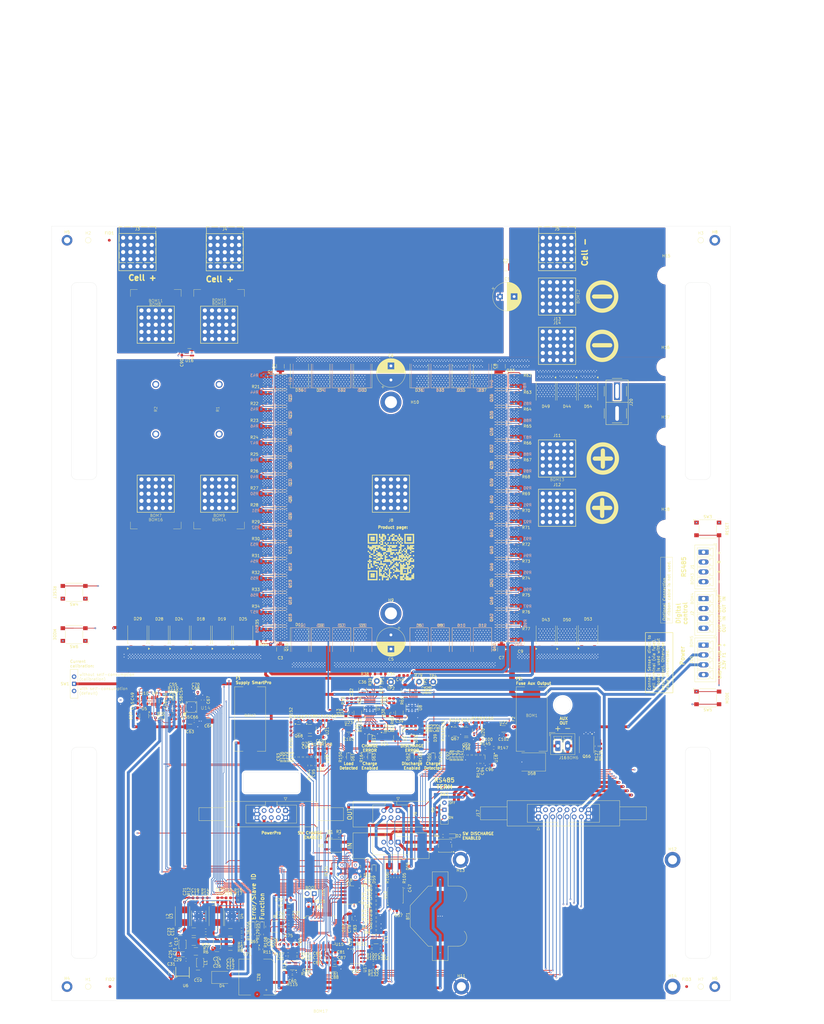
<source format=kicad_pcb>
(kicad_pcb
	(version 20241229)
	(generator "pcbnew")
	(generator_version "9.0")
	(general
		(thickness 1.74)
		(legacy_teardrops no)
	)
	(paper "A2" portrait)
	(layers
		(0 "F.Cu" signal)
		(4 "In1.Cu" signal)
		(6 "In2.Cu" signal)
		(8 "In3.Cu" signal)
		(10 "In4.Cu" signal)
		(2 "B.Cu" signal)
		(9 "F.Adhes" user "F.Adhesive")
		(11 "B.Adhes" user "B.Adhesive")
		(13 "F.Paste" user)
		(15 "B.Paste" user)
		(5 "F.SilkS" user "F.Silkscreen")
		(7 "B.SilkS" user "B.Silkscreen")
		(1 "F.Mask" user)
		(3 "B.Mask" user)
		(17 "Dwgs.User" user "User.Drawings")
		(19 "Cmts.User" user "User.Comments")
		(21 "Eco1.User" user "User.Eco1")
		(23 "Eco2.User" user "User.Eco2")
		(25 "Edge.Cuts" user)
		(27 "Margin" user)
		(31 "F.CrtYd" user "F.Courtyard")
		(29 "B.CrtYd" user "B.Courtyard")
		(35 "F.Fab" user)
		(33 "B.Fab" user)
		(39 "User.1" user)
		(41 "User.2" user "User.2 -Bemaßung")
		(43 "User.3" user "User.3 - Heatsink")
		(45 "User.4" user)
		(47 "User.5" user)
		(49 "User.6" user)
		(51 "User.7" user)
		(53 "User.8" user)
		(55 "User.9" user)
	)
	(setup
		(stackup
			(layer "F.SilkS"
				(type "Top Silk Screen")
			)
			(layer "F.Paste"
				(type "Top Solder Paste")
			)
			(layer "F.Mask"
				(type "Top Solder Mask")
				(color "Red")
				(thickness 0.01)
			)
			(layer "F.Cu"
				(type "copper")
				(thickness 0.07)
			)
			(layer "dielectric 1"
				(type "prepreg")
				(thickness 0.1)
				(material "FR4")
				(epsilon_r 4.5)
				(loss_tangent 0.02)
			)
			(layer "In1.Cu"
				(type "copper")
				(thickness 0.07)
			)
			(layer "dielectric 2"
				(type "core")
				(thickness 0.535)
				(material "FR4")
				(epsilon_r 4.5)
				(loss_tangent 0.02)
			)
			(layer "In2.Cu"
				(type "copper")
				(thickness 0.07)
			)
			(layer "dielectric 3"
				(type "prepreg")
				(thickness 0.1)
				(material "FR4")
				(epsilon_r 4.5)
				(loss_tangent 0.02)
			)
			(layer "In3.Cu"
				(type "copper")
				(thickness 0.035)
			)
			(layer "dielectric 4"
				(type "core")
				(thickness 0.535)
				(material "FR4")
				(epsilon_r 4.5)
				(loss_tangent 0.02)
			)
			(layer "In4.Cu"
				(type "copper")
				(thickness 0.035)
			)
			(layer "dielectric 5"
				(type "prepreg")
				(thickness 0.1)
				(material "FR4")
				(epsilon_r 4.5)
				(loss_tangent 0.02)
			)
			(layer "B.Cu"
				(type "copper")
				(thickness 0.07)
			)
			(layer "B.Mask"
				(type "Bottom Solder Mask")
				(color "Red")
				(thickness 0.01)
			)
			(layer "B.Paste"
				(type "Bottom Solder Paste")
			)
			(layer "B.SilkS"
				(type "Bottom Silk Screen")
			)
			(copper_finish "None")
			(dielectric_constraints no)
		)
		(pad_to_mask_clearance 0)
		(allow_soldermask_bridges_in_footprints no)
		(tenting front back)
		(aux_axis_origin 52.5 395)
		(grid_origin 173 120)
		(pcbplotparams
			(layerselection 0x00000000_00000000_55555555_5755f5ff)
			(plot_on_all_layers_selection 0x00000000_00000000_00000000_00000000)
			(disableapertmacros no)
			(usegerberextensions no)
			(usegerberattributes yes)
			(usegerberadvancedattributes yes)
			(creategerberjobfile yes)
			(dashed_line_dash_ratio 12.000000)
			(dashed_line_gap_ratio 3.000000)
			(svgprecision 4)
			(plotframeref no)
			(mode 1)
			(useauxorigin no)
			(hpglpennumber 1)
			(hpglpenspeed 20)
			(hpglpendiameter 15.000000)
			(pdf_front_fp_property_popups yes)
			(pdf_back_fp_property_popups yes)
			(pdf_metadata yes)
			(pdf_single_document no)
			(dxfpolygonmode yes)
			(dxfimperialunits yes)
			(dxfusepcbnewfont yes)
			(psnegative no)
			(psa4output no)
			(plot_black_and_white yes)
			(sketchpadsonfab no)
			(plotpadnumbers no)
			(hidednponfab no)
			(sketchdnponfab yes)
			(crossoutdnponfab yes)
			(subtractmaskfromsilk no)
			(outputformat 1)
			(mirror no)
			(drillshape 1)
			(scaleselection 1)
			(outputdirectory "")
		)
	)
	(net 0 "")
	(net 1 "Net-(D1-K)")
	(net 2 "GND")
	(net 3 "Net-(D2-K)")
	(net 4 "VCC")
	(net 5 "Net-(D1-A)")
	(net 6 "BAT+CONTROLED")
	(net 7 "5V5")
	(net 8 "5V0")
	(net 9 "VREF")
	(net 10 "/greenMeter/ISENSE_FAST+")
	(net 11 "/greenMeter/ISENSE_PREZ+")
	(net 12 "/greenMeter/ISENSE_PREZ-")
	(net 13 "Net-(Q4-G)")
	(net 14 "/greenMeter/ISENSE_FAST-")
	(net 15 "Net-(Q5-G)")
	(net 16 "Net-(Q6-G)")
	(net 17 "Net-(Q7-G)")
	(net 18 "Net-(Q8-G)")
	(net 19 "/greenMeter/SPI1_MOSI")
	(net 20 "/greenMeter/ADC_START")
	(net 21 "/greenMeter/SPI1_MISO")
	(net 22 "/greenMeter/ADC_DRDY")
	(net 23 "/greenMeter/ADC_RESET")
	(net 24 "/greenMeter/ADC_CS")
	(net 25 "/greenMeter/SPI1_SCK")
	(net 26 "/OVP_IN")
	(net 27 "/chargeControl/SNS+")
	(net 28 "/chargeControl/SNS-")
	(net 29 "/LVP_IN")
	(net 30 "/OVP_OUT")
	(net 31 "/LVP_OUT")
	(net 32 "Net-(Q1-G)")
	(net 33 "Net-(Q2-G)")
	(net 34 "Net-(Q3-G)")
	(net 35 "/greenMeter/CHARGE_ENABLED")
	(net 36 "/greenMeter/DISCHARGE_ENABLED")
	(net 37 "/greenMeter/AUX_EN")
	(net 38 "/greenMeter/ISENSE+")
	(net 39 "/greenMeter/ISENSE-")
	(net 40 "/greenMeter/SWCLK")
	(net 41 "/switchControl/CHG_DETECTED")
	(net 42 "/switchControl/LOAD_DETECTED")
	(net 43 "/greenMeter/USENSE_SHUNT_BUF")
	(net 44 "/greenMeter/USENSE+_BUF")
	(net 45 "/greenMeter/SWDIO")
	(net 46 "/CHARGE_CONTROL")
	(net 47 "Net-(Q22-G)")
	(net 48 "Net-(Q13-G)")
	(net 49 "Net-(Q14-G)")
	(net 50 "Net-(Q15-G)")
	(net 51 "Net-(Q16-G)")
	(net 52 "/BUS_+5V")
	(net 53 "Net-(U4-BST)")
	(net 54 "Net-(U4-SW)")
	(net 55 "Net-(U4-FB)")
	(net 56 "Net-(U7-SNS-)")
	(net 57 "Net-(U7-TIMER)")
	(net 58 "Net-(U8-SNS-)")
	(net 59 "Net-(U8-TIMER)")
	(net 60 "/greenMeter/BTN_MODE")
	(net 61 "Net-(D2-A)")
	(net 62 "/BUS_GND")
	(net 63 "/BUS_B")
	(net 64 "/BUS_A")
	(net 65 "/chargeControl/vcc_int")
	(net 66 "/dischargeControl/vcc_int")
	(net 67 "Net-(Q9-G)")
	(net 68 "Net-(Q10-G)")
	(net 69 "Net-(Q11-G)")
	(net 70 "Net-(Q12-G)")
	(net 71 "Net-(U4-EN{slash}UVLO)")
	(net 72 "Net-(U4-RON)")
	(net 73 "Net-(U7-ISET)")
	(net 74 "Net-(U7-TGUP)")
	(net 75 "Net-(U7-VCCUV)")
	(net 76 "Net-(U8-ISET)")
	(net 77 "Net-(U8-TGUP)")
	(net 78 "Net-(U8-VCCUV)")
	(net 79 "Net-(C75-Pad2)")
	(net 80 "Net-(U7-IMON)")
	(net 81 "Net-(U8-IMON)")
	(net 82 "/LOAD_CONTROL")
	(net 83 "/chargeControl/SWITCH_OUT")
	(net 84 "/chargeControl/BST")
	(net 85 "/dischargeControl/BST")
	(net 86 "/U_SENSE+")
	(net 87 "/greenMeter/LVP_SENSE_DIV")
	(net 88 "/greenMeter/OVP_SENSE_DIV")
	(net 89 "/B+Terminal")
	(net 90 "Net-(BZ1--)")
	(net 91 "/greenMeter/Buzzer")
	(net 92 "/chargeControl/~{Fault}")
	(net 93 "/dischargeControl/~{Fault}")
	(net 94 "unconnected-(H5-Pad1)")
	(net 95 "unconnected-(H9-Pad1)")
	(net 96 "~{OC_FAULT}")
	(net 97 "/p_good")
	(net 98 "Net-(U7-VIN)")
	(net 99 "Net-(U8-VIN)")
	(net 100 "Net-(Q24-G)")
	(net 101 "Net-(Q25-G)")
	(net 102 "Net-(Q26-G)")
	(net 103 "Net-(Q27-G)")
	(net 104 "Net-(Q28-G)")
	(net 105 "Net-(Q29-G)")
	(net 106 "Net-(Q30-G)")
	(net 107 "Net-(Q31-G)")
	(net 108 "Net-(Q32-G)")
	(net 109 "Net-(Q33-G)")
	(net 110 "Net-(Q34-G)")
	(net 111 "Net-(Q35-G)")
	(net 112 "Net-(Q36-G)")
	(net 113 "Net-(Q37-G)")
	(net 114 "Net-(Q38-G)")
	(net 115 "Net-(Q39-G)")
	(net 116 "SWITCH_IN")
	(net 117 "Net-(Q40-G)")
	(net 118 "Net-(Q41-G)")
	(net 119 "Net-(Q42-G)")
	(net 120 "Net-(Q43-G)")
	(net 121 "Net-(Q44-G)")
	(net 122 "Net-(Q45-G)")
	(net 123 "Net-(Q46-G)")
	(net 124 "Net-(Q47-G)")
	(net 125 "Net-(Q48-G)")
	(net 126 "Net-(Q49-G)")
	(net 127 "Net-(Q50-G)")
	(net 128 "Net-(Q51-G)")
	(net 129 "Net-(Q52-G)")
	(net 130 "Net-(Q53-G)")
	(net 131 "Net-(Q54-G)")
	(net 132 "Net-(Q55-G)")
	(net 133 "Net-(Q56-G)")
	(net 134 "Net-(Q57-G)")
	(net 135 "Net-(Q58-G)")
	(net 136 "Net-(Q59-G)")
	(net 137 "Net-(Q60-G)")
	(net 138 "Net-(Q61-G)")
	(net 139 "Net-(Q62-G)")
	(net 140 "Net-(Q63-G)")
	(net 141 "Net-(Q64-G)")
	(net 142 "Net-(Q66-G)")
	(net 143 "/chargeControl/vg")
	(net 144 "/dischargeControl/vg")
	(net 145 "unconnected-(H10-Pad1)")
	(net 146 "/greenMeter/USENSE_SHUNT_BUF-")
	(net 147 "/greenMeter/USENSE-_BUF")
	(net 148 "Net-(BT1-+)")
	(net 149 "/greenMeter/R1")
	(net 150 "/greenMeter/R2")
	(net 151 "Net-(D4-K)")
	(net 152 "Net-(U3-VIN)")
	(net 153 "Net-(U3-BST)")
	(net 154 "Net-(U3-SW)")
	(net 155 "Net-(C19-Pad1)")
	(net 156 "Net-(U3-FB)")
	(net 157 "Net-(C20-Pad1)")
	(net 158 "Net-(C21-Pad2)")
	(net 159 "Net-(C22-Pad2)")
	(net 160 "Net-(U5-FILTER)")
	(net 161 "Net-(U6-SS)")
	(net 162 "Net-(C34-Pad1)")
	(net 163 "Net-(C40-Pad1)")
	(net 164 "Net-(U11-+IN)")
	(net 165 "Net-(U13-+IN)")
	(net 166 "Net-(U14-REFOUT)")
	(net 167 "Net-(U14-CAPN)")
	(net 168 "Net-(U14-CAPP)")
	(net 169 "Net-(U14-BYPASS)")
	(net 170 "Net-(U15-PF0)")
	(net 171 "Net-(U19-+)")
	(net 172 "Net-(U15-PC14)")
	(net 173 "Net-(U15-PC15)")
	(net 174 "Net-(U15-VDDA)")
	(net 175 "Net-(U15-PB1)")
	(net 176 "Net-(D58-A1)")
	(net 177 "Net-(U18-+)")
	(net 178 "Net-(U18--)")
	(net 179 "Net-(Q69-C)")
	(net 180 "Net-(Q70-C)")
	(net 181 "Net-(D13-K)")
	(net 182 "Net-(D38-K)")
	(net 183 "Net-(D56-A)")
	(net 184 "Net-(D57-A)")
	(net 185 "Net-(D63-A)")
	(net 186 "Net-(D59-A)")
	(net 187 "Net-(D60-A)")
	(net 188 "Net-(D61-A)")
	(net 189 "Net-(SW1-B)")
	(net 190 "Net-(J16-2)")
	(net 191 "unconnected-(H4-Pad1)")
	(net 192 "unconnected-(H6-Pad1)")
	(net 193 "unconnected-(H8-Pad1)")
	(net 194 "unconnected-(J9-Pin_7-Pad7)")
	(net 195 "Net-(J15-Pin_1)")
	(net 196 "Net-(Q17-G)")
	(net 197 "Net-(Q19-G)")
	(net 198 "Net-(Q20-G)")
	(net 199 "Net-(Q21-G)")
	(net 200 "Net-(Q23-G)")
	(net 201 "Net-(Q65-B)")
	(net 202 "Net-(Q67-C)")
	(net 203 "Net-(Q67-B)")
	(net 204 "Net-(Q68-B)")
	(net 205 "Net-(Q68-C)")
	(net 206 "Net-(SW2-B)")
	(net 207 "Net-(U3-EN{slash}UVLO)")
	(net 208 "Net-(U3-RON)")
	(net 209 "Net-(U12-A)")
	(net 210 "Net-(U12-B)")
	(net 211 "Net-(U15-PF1)")
	(net 212 "Net-(U15-PA4)")
	(net 213 "unconnected-(J18-RX2+-PadA11)")
	(net 214 "Net-(J18-VBUS-PadA4)")
	(net 215 "Net-(U19--)")
	(net 216 "Net-(U20--)")
	(net 217 "unconnected-(SW2-A-Pad3)")
	(net 218 "unconnected-(U14-NC-7-Pad25)")
	(net 219 "unconnected-(U14-NC-6-Pad24)")
	(net 220 "unconnected-(U14-NC-8-Pad26)")
	(net 221 "unconnected-(U14-NC-3-Pad21)")
	(net 222 "unconnected-(U14-NC-4-Pad22)")
	(net 223 "unconnected-(U14-NC-9-Pad27)")
	(net 224 "unconnected-(U14-NC-2-Pad20)")
	(net 225 "unconnected-(U14-NC-1-Pad19)")
	(net 226 "unconnected-(U14-NC-5-Pad23)")
	(net 227 "unconnected-(U15-PB0-Pad24)")
	(net 228 "unconnected-(J18-SBU1-PadA8)")
	(net 229 "Net-(U20-Pad1)")
	(net 230 "Net-(U15-PA5)")
	(net 231 "unconnected-(U15-PB2-Pad26)")
	(net 232 "COM")
	(net 233 "/greenMeter/RS485_R_USART2")
	(net 234 "/greenMeter/RS485_D_USART2")
	(net 235 "/greenMeter/RS485_R_USART1")
	(net 236 "/greenMeter/RS485_D_USART1")
	(net 237 "Net-(D62-A)")
	(net 238 "/greenMeter/D+")
	(net 239 "unconnected-(J18-TX2+-PadB2)")
	(net 240 "/greenMeter/D-")
	(net 241 "unconnected-(J18-TX2--PadB3)")
	(net 242 "unconnected-(J18-TX1+-PadA2)")
	(net 243 "unconnected-(J18-RX2--PadA10)")
	(net 244 "Net-(J18-CC1)")
	(net 245 "unconnected-(J18-SHIELD-PadS1)")
	(net 246 "unconnected-(J18-RX1+-PadB11)")
	(net 247 "unconnected-(J18-TX1--PadA3)")
	(net 248 "Net-(J18-CC2)")
	(net 249 "unconnected-(J18-SHIELD-PadS1)_1")
	(net 250 "unconnected-(J18-RX1--PadB10)")
	(net 251 "unconnected-(J18-SHIELD-PadS1)_2")
	(net 252 "unconnected-(J18-SHIELD-PadS1)_3")
	(net 253 "unconnected-(J18-SBU2-PadB8)")
	(net 254 "Net-(R145-Pad1)")
	(net 255 "Net-(R146-Pad1)")
	(net 256 "Net-(U21--)")
	(net 257 "/greenMeter/I2C4_SDA")
	(net 258 "/greenMeter/FDCAN3_RX")
	(net 259 "/greenMeter/I2C4_SCL")
	(net 260 "/greenMeter/FDCAN3_TX")
	(net 261 "/greenMeter/I2C3_SDA")
	(net 262 "/greenMeter/I2C3_SCL")
	(net 263 "/greenMeter/ADC3_IN5_RESERVED")
	(net 264 "/greenMeter/FDCAN2_TX")
	(net 265 "/greenMeter/FDCAN2_RX")
	(net 266 "PS_IN")
	(net 267 "Net-(U21-Pad1)")
	(net 268 "Net-(U13--IN)")
	(net 269 "Net-(U11--IN)")
	(net 270 "unconnected-(D14-NC-Pad2)")
	(net 271 "Net-(D17-K)")
	(net 272 "unconnected-(D39-NC-Pad2)")
	(net 273 "Net-(D42-K)")
	(net 274 "Net-(Q18-G)")
	(footprint "Connector_Pin:Pin_D1.0mm_L10.0mm" (layer "F.Cu") (at 168 281.5))
	(footprint "MountingHole:MountingHole_4.3mm_M4_DIN965_Pad" (layer "F.Cu") (at 173 257.5))
	(footprint "MountingHole:MountingHole_6mm" (layer "F.Cu") (at 270.5 170))
	(footprint "Diode_SMD:D_SMC" (layer "F.Cu") (at 205.5 172.5 90))
	(footprint "Resistor_SMD:R_0603_1608Metric" (layer "F.Cu") (at 195.75 297 180))
	(footprint "Capacitor_SMD:C_0603_1608Metric" (layer "F.Cu") (at 144.5 361.75 180))
	(footprint "Connector_PinHeader_1.27mm:PinHeader_2x05_P1.27mm_Vertical_SMD" (layer "F.Cu") (at 158 357.5 180))
	(footprint "Capacitor_SMD:C_1210_3225Metric" (layer "F.Cu") (at 162.875 284.625 -90))
	(footprint "Resistor_SMD:R_0603_1608Metric" (layer "F.Cu") (at 145.5 308.5 90))
	(footprint "Resistor_SMD:R_0603_1608Metric" (layer "F.Cu") (at 139.6625 380 180))
	(footprint "Resistor_SMD:R_0603_1608Metric" (layer "F.Cu") (at 133.5 374.25 90))
	(footprint "myQR:qr_SmartPro209" (layer "F.Cu") (at 173 237.5))
	(footprint "Resistor_SMD:R_0603_1608Metric"
		(layer "F.Cu")
		(uuid "09c52b29-4f44-4577-922c-3f288c2dfe98")
		(at 127.75 213)
		(descr "Resistor SMD 0603 (1608 Metric), square (rectangular) end terminal, IPC_7351 nominal, (Body size source: IPC-SM-782 page 72, https://www.pcb-3d.com/wordpress/wp-content/uploads/ipc-sm-782a_amendment_1_and_2.pdf), generated with kicad-footprint-generator")
		(tags "resistor")
		(property "Reference" "R27"
			(at -3.25 0 0)
			(layer "F.SilkS")
			(uuid "69e03b5b-6c23-4a8e-8b42-e19495bec3b7")
			(effects
				(font
					(size 1 1)
					(thickness 0.15)
				)
			)
		)
		(property "Value" "120R"
			(at 0 1.43 0)
			(layer "F.Fab")
			(uuid "857f9374-d22c-4a2b-9484-844e886af798")
			(effects
				(font
					(size 1 1)
					(thickness 0.15)
				)
			)
		)
		(property "Datasheet" ""
			(at 0 0 0)
			(unlocked yes)
			(layer "F.Fab")
			(hide yes)
			(uuid "f90b3ade-b3af-46bf-a76a-74ab34c7d35f")
			(effects
				(font
					(size 1.27 1.27)
					(thickness 0.15)
				)
			)
		)
		(property "Description" "120R0 0,1W 1% 0603 SMD"
			(at 0 0 0)
			(unlocked yes)
			(layer "F.Fab")
			(hide yes)
			(uuid "41cacd70-c0cc-416a-9eae-1077fdc2582c")
			(effects
				(font
					(size 1.27 1.27)
					(thickness 0.15)
				)
			)
		)
		(property "ECS Art#" "R175"
			(at 0 0 0)
			(unlocked yes)
			(layer "F.Fab")
			(hide yes)
			(uuid "4eb133c8-305e-482c-869e-b0d14e7c96f0")
			(effects
				(font
					(size 1 1)
					(thickness 0.15)
				)
			)
		)
		(property "HAN" "RC0603FR-07120RL"
			(at 0 0 0)
			(unlocked yes)
			(layer "F.Fab")
			(hide yes)
			(uuid "e642e996-3bf5-452d-8156-3bd99a934d27")
			(effects
				(font
					(size 1 1)
					(thickness 0.15)
				)
			)
		)
		(property "Hersteller" "YAGEO"
			(at 0 0 0)
			(unlocked yes)
			(layer "F.Fab")
			(hide yes)
			(uuid "7a769d25-8087-4af6-90d3-e9e406fbcaa6")
			(effects
				(font
					(size 1 1)
					(thickness 0.15)
				)
			)
		)
		(property "Field-1" ""
			(at 0 0 0)
			(unlocked yes)
			(layer "F.Fab")
			(hide yes)
			(uuid "19ebe7a1-2b2a-4af5-a524-cb37e88298e9")
			(effects
				(font
					(size 1 1)
					(thickness 0.15)
				)
			)
		)
		(property "Sim.Device" ""
			(at 0 0 0)
			(unlocked yes)
			(layer "F.Fab")
			(hide yes)
			(uuid "402fb42d-c2f8-4153-afc3-d4fd4ca21387")
			(effects
				(font
					(size 1 1)
					(thickness 0.15)
				)
			)
		)
		(property "Sim.Pins" ""
			(at 0 0 0)
			(unlocked yes)
			(layer "F.Fab")
			(hide yes)
			(uuid "7289c1a5-3a19-4df6-ad1b-d2bab7a197ca")
			(effects
				(font
					(size 1 1)
					(thickness 0.15)
				)
			)
		)
		(property "Var" "Voltage 12V(+!) 24V(+!) 48V(+!)"
			(at 0 0 0)
			(unlocked yes)
			(layer "F.Fab")
			(hide yes)
			(uuid "b7c8237f-e795-4107-bf3d-f78e71c20608")
			(effects
				(font
					(size 1 1)
					(thickness 0.15)
				)
			)
		)
		(property ki_fp_filters "R_*")
		(path "/108fac66-0a35-4a2b-bdbd-3dd4b8eaee87/02386258-6a86-41ec-9017-f19f0a453867")
		(sheetname "/chargeControl/")
		(sheetfile "MosfetSwitch.kicad_sch")
		(attr smd)
		(fp_line
			(start -0.237258 -0.5225)
			(end 0.237258 -0.5225)
			(stroke
				(width 0.12)
				(type solid)
			)
			(layer "F.SilkS")
			(uuid "f0a9898b-55cb-412e-acc1-5c85f38e9a3b")
		)
		(fp_line
			(start -0.237258 0.5225)
			(end 0.237258 0.5225)
			(stroke
				(width 0.12)
				(type solid)
			)
			(layer "F.SilkS")
			(uuid "2c3d0319-ae6a-4a77-91dd-6bab2d986c31")
		)
		(fp_line
			(start -1.48 -0.73)
			(end 1.48 -0.73)
			(stroke
				(width 0.05)
				(type solid)
			)
			(layer "F.CrtYd")
			(uuid "c34b88bd-eb13-4176-a056-e0e08978fa64")
		)
		(fp_line
			(start -1.48 0.73)
			(end -1.48 -0.73)
			(stroke
				(width 0.05)
				(type solid)
			)
			(layer "F.CrtYd")
			(uuid "5bd50385-0cd2-4850-b182-e607b1e0ce03")
		)
		(fp_line
			(start 1.48 -0.73)
			(end 1.48 0.73)
			(stroke
				(width 0.05)
				(type solid)
			)
			(layer "F.CrtYd")
			(uuid "3d1c7a80-4e54-4259-894e-975ab15197df")
		)
		(fp_line
			(start 1.48 0.73)
			(end -1.48 0.73)
			(stroke
				(width 0.05)
				(type solid)
			)
			(layer "F.CrtYd")
			(uuid "d9a5c0a5-1bdb-4820-81bf-dd60bdc8b62e")
		)
		(fp_line
			(start -0.8 -0.4125)
			(end 0.8 -0.4125)
			(stroke
				(width 0.1)
				(type solid)
			)
			(layer "F.Fab")
			(uuid "1eca6faa-f002-4770-aba1-661459184151")
		)
		(fp_line
			(start -0.8 0.4125)
			(end -0.8 -0.4125)
			(stroke
				(width 0.1)
				(type solid)
			)
			(layer "F.Fab")
			(uuid "04358f84-dfa1-4410-a374-6e9e2c558b17")
		)
		(fp_line
			(start 0.8 -0.4125)
			(end 0.8 0.4125)
			(stroke
				(width 0.1)
				(ty
... [7073422 chars truncated]
</source>
